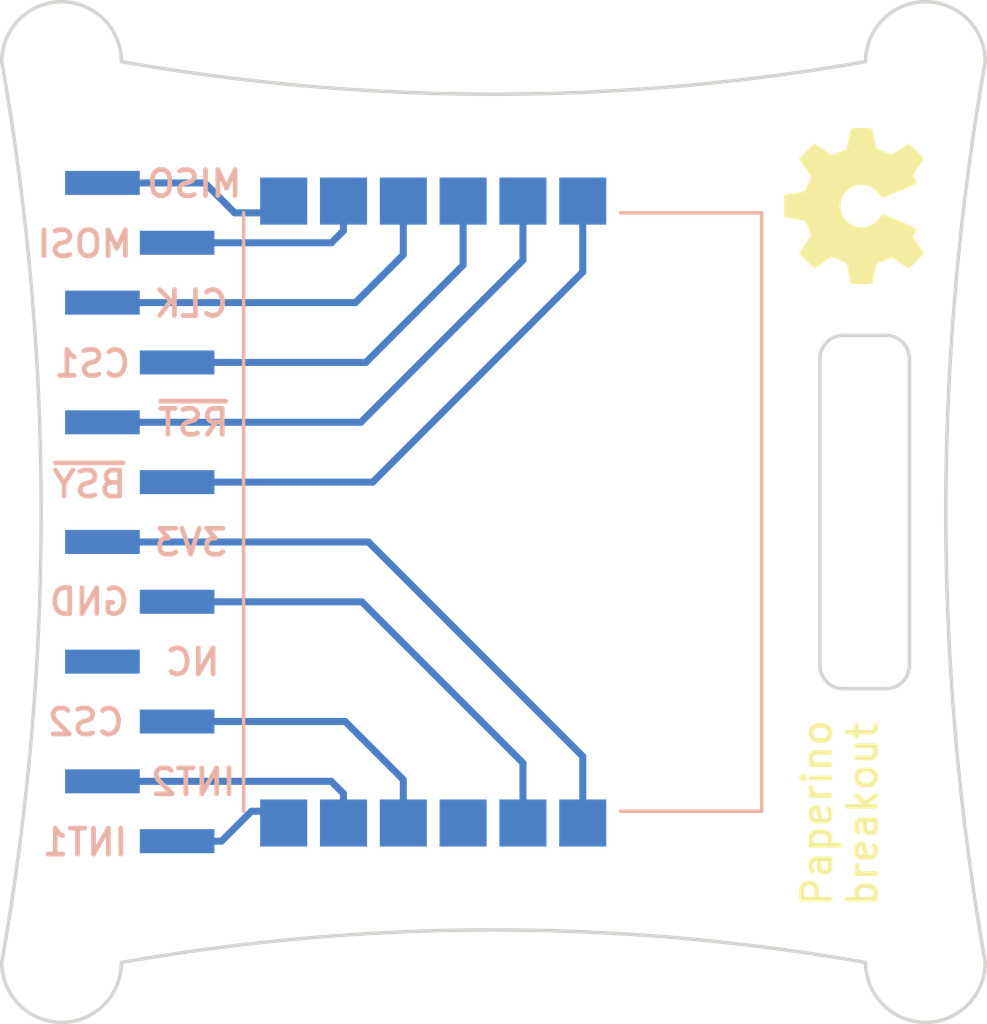
<source format=kicad_pcb>

(kicad_pcb
  (version 20171130)
  (host pcbnew "(5.1.12)-1")
  (general
    (thickness 1.6)
    (drawings 42)
    (tracks 33)
    (zones 0)
    (modules 7)
    (nets 14))
  (page A4)
  (layers
    (0 F.Cu signal)
    (31 B.Cu signal)
    (32 B.Adhes user)
    (33 F.Adhes user)
    (34 B.Paste user)
    (35 F.Paste user)
    (36 B.SilkS user)
    (37 F.SilkS user)
    (38 B.Mask user)
    (39 F.Mask user)
    (40 Dwgs.User user)
    (41 Cmts.User user)
    (42 Eco1.User user)
    (43 Eco2.User user)
    (44 Edge.Cuts user)
    (45 Margin user)
    (46 B.CrtYd user)
    (47 F.CrtYd user)
    (48 B.Fab user)
    (49 F.Fab user))
  (setup
    (last_trace_width 0.3)
    (trace_clearance 0.15)
    (zone_clearance 0.508)
    (zone_45_only no)
    (trace_min 0.2)
    (via_size 0.6)
    (via_drill 0.4)
    (via_min_size 0.4)
    (via_min_drill 0.3)
    (uvia_size 0.3)
    (uvia_drill 0.1)
    (uvias_allowed no)
    (uvia_min_size 0.2)
    (uvia_min_drill 0.1)
    (edge_width 0.15)
    (segment_width 0.15)
    (pcb_text_width 0.3)
    (pcb_text_size 1.5 1.5)
    (mod_edge_width 0.15)
    (mod_text_size 1 1)
    (mod_text_width 0.15)
    (pad_size 1.524 1.524)
    (pad_drill 0.762)
    (pad_to_mask_clearance 0.2)
    (aux_axis_origin 0 0)
    (visible_elements 7FFFFFFF)
    (pcbplotparams
      (layerselection 0x00030_80000001)
      (usegerberextensions false)
      (usegerberattributes true)
      (usegerberadvancedattributes true)
      (creategerberjobfile true)
      (excludeedgelayer true)
      (linewidth 0.1)
      (plotframeref false)
      (viasonmask false)
      (mode 1)
      (useauxorigin false)
      (hpglpennumber 1)
      (hpglpenspeed 20)
      (hpglpendiameter 15.0)
      (psnegative false)
      (psa4output false)
      (plotreference true)
      (plotvalue true)
      (plotinvisibletext false)
      (padsonsilk false)
      (subtractmaskfromsilk false)
      (outputformat 1)
      (mirror false)
      (drillshape 1)
      (scaleselection 1)
      (outputdirectory "")))
  (net 0 "")
  (net 1 "Net-(A1-Pad3)")
  (net 2 "Net-(X1-Pad4)")
  (net 3 +3V3)
  (net 4 /MISO)
  (net 5 GND)
  (net 6 /CS2)
  (net 7 /INT2)
  (net 8 /INT1)
  (net 9 /MOSI)
  (net 10 /CLK)
  (net 11 /CS1)
  (net 12 /~RST)
  (net 13 /~BSY)
  (net_class Default "This is the default net class."
    (clearance 0.15)
    (trace_width 0.3)
    (via_dia 0.6)
    (via_drill 0.4)
    (uvia_dia 0.3)
    (uvia_drill 0.1)
    (add_net +3V3)
    (add_net /CLK)
    (add_net /CS1)
    (add_net /CS2)
    (add_net /INT1)
    (add_net /INT2)
    (add_net /MISO)
    (add_net /MOSI)
    (add_net /~BSY)
    (add_net /~RST)
    (add_net GND)
    (add_net "Net-(A1-Pad3)")
    (add_net "Net-(X1-Pad4)"))
  (module Paperino:paperino_module
    (layer B.Cu)
    (tedit 58E5DB08)
    (tstamp 58E4EAD0)
    (at 118.73 80.88 90)
    (path /58E4DACE)
    (fp_text reference A1
      (at -11.1 12.35 90)
      (layer B.SilkS) hide
      (effects
        (font
          (size 1 1)
          (thickness 0.15))
        (justify mirror)))
    (fp_text value paperino_module
      (at -6.4 -13.5 90)
      (layer B.Fab) hide
      (effects
        (font
          (size 1 1)
          (thickness 0.15))
        (justify mirror)))
    (fp_line
      (start -12.7 11)
      (end 12.7 11)
      (layer B.SilkS)
      (width 0.15))
    (fp_line
      (start -12.7 -11)
      (end 12.7 -11)
      (layer B.SilkS)
      (width 0.15))
    (fp_line
      (start -12.7 11)
      (end -12.7 5)
      (layer B.SilkS)
      (width 0.15))
    (fp_line
      (start 12.7 5)
      (end 12.7 11)
      (layer B.SilkS)
      (width 0.15))
    (pad 1 smd rect
      (at -12.7 3.4 90)
      (size 2 2)
      (drill
        (offset -0.5 0))
      (layers B.Cu B.Paste B.Mask)
      (net 3 +3V3))
    (pad 7 smd rect
      (at 12.7 -9.3 90)
      (size 2 2)
      (drill
        (offset 0.5 0))
      (layers B.Cu B.Paste B.Mask)
      (net 4 /MISO))
    (pad 2 smd rect
      (at -12.7 0.86 90)
      (size 2 2)
      (drill
        (offset -0.5 0))
      (layers B.Cu B.Paste B.Mask)
      (net 5 GND))
    (pad 3 smd rect
      (at -12.7 -1.68 90)
      (size 2 2)
      (drill
        (offset -0.5 0))
      (layers B.Cu B.Paste B.Mask)
      (net 1 "Net-(A1-Pad3)"))
    (pad 4 smd rect
      (at -12.7 -4.22 90)
      (size 2 2)
      (drill
        (offset -0.5 0))
      (layers B.Cu B.Paste B.Mask)
      (net 6 /CS2))
    (pad 5 smd rect
      (at -12.7 -6.76 90)
      (size 2 2)
      (drill
        (offset -0.5 0))
      (layers B.Cu B.Paste B.Mask)
      (net 7 /INT2))
    (pad 6 smd rect
      (at -12.7 -9.3 90)
      (size 2 2)
      (drill
        (offset -0.5 0))
      (layers B.Cu B.Paste B.Mask)
      (net 8 /INT1))
    (pad 8 smd rect
      (at 12.7 -6.76 90)
      (size 2 2)
      (drill
        (offset 0.5 0))
      (layers B.Cu B.Paste B.Mask)
      (net 9 /MOSI))
    (pad 9 smd rect
      (at 12.7 -4.22 90)
      (size 2 2)
      (drill
        (offset 0.5 0))
      (layers B.Cu B.Paste B.Mask)
      (net 10 /CLK))
    (pad 10 smd rect
      (at 12.7 -1.68 90)
      (size 2 2)
      (drill
        (offset 0.5 0))
      (layers B.Cu B.Paste B.Mask)
      (net 11 /CS1))
    (pad 11 smd rect
      (at 12.7 0.86 90)
      (size 2 2)
      (drill
        (offset 0.5 0))
      (layers B.Cu B.Paste B.Mask)
      (net 12 /~RST))
    (pad 12 smd rect
      (at 12.7 3.4 90)
      (size 2 2)
      (drill
        (offset 0.5 0))
      (layers B.Cu B.Paste B.Mask)
      (net 13 /~BSY)))
  (module Paperino:mounting_hole_1.5 locked
    (layer F.Cu)
    (tedit 58D4C3AF)
    (tstamp 58E4EAD5)
    (at 100 100)
    (path /58E4DB75)
    (fp_text reference M1
      (at -1.0541 -2.0955)
      (layer F.SilkS) hide
      (effects
        (font
          (size 1 1)
          (thickness 0.15))))
    (fp_text value Mounting_hole
      (at 0 1.7653)
      (layer F.Fab) hide
      (effects
        (font
          (size 1 1)
          (thickness 0.15))))
    (pad "" np_thru_hole circle
      (at 0 0)
      (size 1.5 1.5)
      (drill 1.5)
      (layers *.Cu *.Mask)))
  (module Paperino:mounting_hole_1.5 locked
    (layer F.Cu)
    (tedit 58D4C3AF)
    (tstamp 58E4EADA)
    (at 136.68 100)
    (path /58E4DC10)
    (fp_text reference M2
      (at -1.0541 -2.0955)
      (layer F.SilkS) hide
      (effects
        (font
          (size 1 1)
          (thickness 0.15))))
    (fp_text value Mounting_hole
      (at 0 1.7653)
      (layer F.Fab) hide
      (effects
        (font
          (size 1 1)
          (thickness 0.15))))
    (pad "" np_thru_hole circle
      (at 0 0)
      (size 1.5 1.5)
      (drill 1.5)
      (layers *.Cu *.Mask)))
  (module Paperino:mounting_hole_1.5 locked
    (layer F.Cu)
    (tedit 58D4C3AF)
    (tstamp 58E4EADF)
    (at 100 61.76)
    (path /58E4DC2F)
    (fp_text reference M3
      (at -1.0541 -2.0955)
      (layer F.SilkS) hide
      (effects
        (font
          (size 1 1)
          (thickness 0.15))))
    (fp_text value Mounting_hole
      (at 0 1.7653)
      (layer F.Fab) hide
      (effects
        (font
          (size 1 1)
          (thickness 0.15))))
    (pad "" np_thru_hole circle
      (at 0 0)
      (size 1.5 1.5)
      (drill 1.5)
      (layers *.Cu *.Mask)))
  (module Paperino:mounting_hole_1.5 locked
    (layer F.Cu)
    (tedit 58D4C3AF)
    (tstamp 58E4EAE4)
    (at 136.68 61.76)
    (path /58E4DC51)
    (fp_text reference M4
      (at -1.0541 -2.0955)
      (layer F.SilkS) hide
      (effects
        (font
          (size 1 1)
          (thickness 0.15))))
    (fp_text value Mounting_hole
      (at 0 1.7653)
      (layer F.Fab) hide
      (effects
        (font
          (size 1 1)
          (thickness 0.15))))
    (pad "" np_thru_hole circle
      (at 0 0)
      (size 1.5 1.5)
      (drill 1.5)
      (layers *.Cu *.Mask)))
  (module Paperino:header_1x12_SMT
    (layer B.Cu)
    (tedit 58E5DB04)
    (tstamp 58E4EAF4)
    (at 103.32 80.88 90)
    (path /58E4E002)
    (fp_text reference X1
      (at 0 4.91 90)
      (layer B.SilkS) hide
      (effects
        (font
          (size 1 1)
          (thickness 0.15))
        (justify mirror)))
    (fp_text value CONN_01X12
      (at 0 -5.59 90)
      (layer B.Fab) hide
      (effects
        (font
          (size 1 1)
          (thickness 0.15))
        (justify mirror)))
    (pad 1 smd rect
      (at -13.97 1.5848 90)
      (size 1.02 3.17)
      (layers B.Cu B.Paste B.Mask)
      (net 8 /INT1))
    (pad 3 smd rect
      (at -8.89 1.5848 90)
      (size 1.02 3.17)
      (layers B.Cu B.Paste B.Mask)
      (net 6 /CS2))
    (pad 5 smd rect
      (at -3.81 1.5848 90)
      (size 1.02 3.17)
      (layers B.Cu B.Paste B.Mask)
      (net 5 GND))
    (pad 7 smd rect
      (at 1.27 1.5848 90)
      (size 1.02 3.17)
      (layers B.Cu B.Paste B.Mask)
      (net 13 /~BSY))
    (pad 9 smd rect
      (at 6.35 1.5848 90)
      (size 1.02 3.17)
      (layers B.Cu B.Paste B.Mask)
      (net 11 /CS1))
    (pad 11 smd rect
      (at 11.43 1.5848 90)
      (size 1.02 3.17)
      (layers B.Cu B.Paste B.Mask)
      (net 9 /MOSI))
    (pad 2 smd rect
      (at -11.43 -1.5852 90)
      (size 1.02 3.17)
      (layers B.Cu B.Paste B.Mask)
      (net 7 /INT2))
    (pad 4 smd rect
      (at -6.35 -1.5852 90)
      (size 1.02 3.17)
      (layers B.Cu B.Paste B.Mask)
      (net 2 "Net-(X1-Pad4)"))
    (pad 6 smd rect
      (at -1.27 -1.5852 90)
      (size 1.02 3.17)
      (layers B.Cu B.Paste B.Mask)
      (net 3 +3V3))
    (pad 8 smd rect
      (at 3.81 -1.5852 90)
      (size 1.02 3.17)
      (layers B.Cu B.Paste B.Mask)
      (net 12 /~RST))
    (pad 10 smd rect
      (at 8.89 -1.5852 90)
      (size 1.02 3.17)
      (layers B.Cu B.Paste B.Mask)
      (net 10 /CLK))
    (pad 12 smd rect
      (at 13.97 -1.5852 90)
      (size 1.02 3.17)
      (layers B.Cu B.Paste B.Mask)
      (net 4 /MISO)))
  (module Symbols:OSHW-Symbol_6.7x6mm_SilkScreen
    (layer F.Cu)
    (tedit 0)
    (tstamp 58E73F44)
    (at 133.66 67.9 90)
    (descr "Open Source Hardware Symbol")
    (tags "Logo Symbol OSHW")
    (attr virtual)
    (fp_text reference REF***
      (at 0 0 90)
      (layer F.SilkS) hide
      (effects
        (font
          (size 1 1)
          (thickness 0.15))))
    (fp_text value OSHW-Symbol_6.7x6mm_SilkScreen
      (at 0.75 0 90)
      (layer F.Fab) hide
      (effects
        (font
          (size 1 1)
          (thickness 0.15))))
    (fp_poly
      (pts
        (xy 0.555814 -2.531069)
        (xy 0.639635 -2.086445)
        (xy 0.94892 -1.958947)
        (xy 1.258206 -1.831449)
        (xy 1.629246 -2.083754)
        (xy 1.733157 -2.154004)
        (xy 1.827087 -2.216728)
        (xy 1.906652 -2.269062)
        (xy 1.96747 -2.308143)
        (xy 2.005157 -2.331107)
        (xy 2.015421 -2.336058)
        (xy 2.03391 -2.323324)
        (xy 2.07342 -2.288118)
        (xy 2.129522 -2.234938)
        (xy 2.197787 -2.168282)
        (xy 2.273786 -2.092646)
        (xy 2.353092 -2.012528)
        (xy 2.431275 -1.932426)
        (xy 2.503907 -1.856836)
        (xy 2.566559 -1.790255)
        (xy 2.614803 -1.737182)
        (xy 2.64421 -1.702113)
        (xy 2.651241 -1.690377)
        (xy 2.641123 -1.66874)
        (xy 2.612759 -1.621338)
        (xy 2.569129 -1.552807)
        (xy 2.513218 -1.467785)
        (xy 2.448006 -1.370907)
        (xy 2.410219 -1.31565)
        (xy 2.341343 -1.214752)
        (xy 2.28014 -1.123701)
        (xy 2.229578 -1.04703)
        (xy 2.192628 -0.989272)
        (xy 2.172258 -0.954957)
        (xy 2.169197 -0.947746)
        (xy 2.176136 -0.927252)
        (xy 2.195051 -0.879487)
        (xy 2.223087 -0.811168)
        (xy 2.257391 -0.729011)
        (xy 2.295109 -0.63973)
        (xy 2.333387 -0.550042)
        (xy 2.36937 -0.466662)
        (xy 2.400206 -0.396306)
        (xy 2.423039 -0.34569)
        (xy 2.435017 -0.321529)
        (xy 2.435724 -0.320578)
        (xy 2.454531 -0.315964)
        (xy 2.504618 -0.305672)
        (xy 2.580793 -0.290713)
        (xy 2.677865 -0.272099)
        (xy 2.790643 -0.250841)
        (xy 2.856442 -0.238582)
        (xy 2.97695 -0.215638)
        (xy 3.085797 -0.193805)
        (xy 3.177476 -0.174278)
        (xy 3.246481 -0.158252)
        (xy 3.287304 -0.146921)
        (xy 3.295511 -0.143326)
        (xy 3.303548 -0.118994)
        (xy 3.310033 -0.064041)
        (xy 3.31497 0.015108)
        (xy 3.318364 0.112026)
        (xy 3.320218 0.220287)
        (xy 3.320538 0.333465)
        (xy 3.319327 0.445135)
        (xy 3.31659 0.548868)
        (xy 3.312331 0.638241)
        (xy 3.306555 0.706826)
        (xy 3.299267 0.748197)
        (xy 3.294895 0.75681)
        (xy 3.268764 0.767133)
        (xy 3.213393 0.781892)
        (xy 3.136107 0.799352)
        (xy 3.04423 0.81778)
        (xy 3.012158 0.823741)
        (xy 2.857524 0.852066)
        (xy 2.735375 0.874876)
        (xy 2.641673 0.89308)
        (xy 2.572384 0.907583)
        (xy 2.523471 0.919292)
        (xy 2.490897 0.929115)
        (xy 2.470628 0.937956)
        (xy 2.458626 0.946724)
        (xy 2.456947 0.948457)
        (xy 2.440184 0.976371)
        (xy 2.414614 1.030695)
        (xy 2.382788 1.104777)
        (xy 2.34726 1.191965)
        (xy 2.310583 1.285608)
        (xy 2.275311 1.379052)
        (xy 2.243996 1.465647)
        (xy 2.219193 1.53874)
        (xy 2.203454 1.591678)
        (xy 2.199332 1.617811)
        (xy 2.199676 1.618726)
        (xy 2.213641 1.640086)
        (xy 2.245322 1.687084)
        (xy 2.291391 1.754827)
        (xy 2.348518 1.838423)
        (xy 2.413373 1.932982)
        (xy 2.431843 1.959854)
        (xy 2.497699 2.057275)
        (xy 2.55565 2.146163)
        (xy 2.602538 2.221412)
        (xy 2.635207 2.27792)
        (xy 2.6505 2.310581)
        (xy 2.651241 2.314593)
        (xy 2.638392 2.335684)
        (xy 2.602888 2.377464)
        (xy 2.549293 2.435445)
        (xy 2.482171 2.505135)
        (xy 2.406087 2.582045)
        (xy 2.325604 2.661683)
        (xy 2.245287 2.739561)
        (xy 2.169699 2.811186)
        (xy 2.103405 2.87207)
        (xy 2.050969 2.917721)
        (xy 2.016955 2.94365)
        (xy 2.007545 2.947883)
        (xy 1.985643 2.937912)
        (xy 1.9408 2.91102)
        (xy 1.880321 2.871736)
        (xy 1.833789 2.840117)
        (xy 1.749475 2.782098)
        (xy 1.649626 2.713784)
        (xy 1.549473 2.645579)
        (xy 1.495627 2.609075)
        (xy 1.313371 2.4858)
        (xy 1.160381 2.56852)
        (xy 1.090682 2.604759)
        (xy 1.031414 2.632926)
        (xy 0.991311 2.648991)
        (xy 0.981103 2.651226)
        (xy 0.968829 2.634722)
        (xy 0.944613 2.588082)
        (xy 0.910263 2.515609)
        (xy 0.867588 2.421606)
        (xy 0.818394 2.310374)
        (xy 0.76449 2.186215)
        (xy 0.707684 2.053432)
        (xy 0.649782 1.916327)
        (xy 0.592593 1.779202)
        (xy 0.537924 1.646358)
        (xy 0.487584 1.522098)
        (xy 0.44338 1.410725)
        (xy 0.407119 1.316539)
        (xy 0.380609 1.243844)
        (xy 0.365658 1.196941)
        (xy 0.363254 1.180833)
        (xy 0.382311 1.160286)
        (xy 0.424036 1.126933)
        (xy 0.479706 1.087702)
        (xy 0.484378 1.084599)
        (xy 0.628264 0.969423)
        (xy 0.744283 0.835053)
        (xy 0.83143 0.685784)
        (xy 0.888699 0.525913)
        (xy 0.915086 0.359737)
        (xy 0.909585 0.191552)
        (xy 0.87119 0.025655)
        (xy 0.798895 -0.133658)
        (xy 0.777626 -0.168513)
        (xy 0.666996 -0.309263)
        (xy 0.536302 -0.422286)
        (xy 0.390064 -0.506997)
        (xy 0.232808 -0.562806)
        (xy 0.069057 -0.589126)
        (xy -0.096667 -0.58537)
        (xy -0.259838 -0.55095)
        (xy -0.415935 -0.485277)
        (xy -0.560433 -0.387765)
        (xy -0.605131 -0.348187)
        (xy -0.718888 -0.224297)
        (xy -0.801782 -0.093876)
        (xy -0.858644 0.052315)
        (xy -0.890313 0.197088)
        (xy -0.898131 0.35986)
        (xy -0.872062 0.52344)
        (xy -0.814755 0.682298)
        (xy -0.728856 0.830906)
        (xy -0.617014 0.963735)
        (xy -0.481877 1.075256)
        (xy -0.464117 1.087011)
        (xy -0.40785 1.125508)
        (xy -0.365077 1.158863)
        (xy -0.344628 1.18016)
        (xy -0.344331 1.180833)
        (xy -0.348721 1.203871)
        (xy -0.366124 1.256157)
        (xy -0.394732 1.33339)
        (xy -0.432735 1.431268)
        (xy -0.478326 1.545491)
        (xy -0.529697 1.671758)
        (xy -0.585038 1.805767)
        (xy -0.642542 1.943218)
        (xy -0.700399 2.079808)
        (xy -0.756802 2.211237)
        (xy -0.809942 2.333205)
        (xy -0.85801 2.441409)
        (xy -0.899199 2.531549)
        (xy -0.931699 2.599323)
        (xy -0.953703 2.64043)
        (xy -0.962564 2.651226)
        (xy -0.98964 2.642819)
        (xy -1.040303 2.620272)
        (xy -1.105817 2.587613)
        (xy -1.141841 2.56852)
        (xy -1.294832 2.4858)
        (xy -1.477088 2.609075)
        (xy -1.570125 2.672228)
        (xy -1.671985 2.741727)
        (xy -1.767438 2.807165)
        (xy -1.81525 2.840117)
        (xy -1.882495 2.885273)
        (xy -1.939436 2.921057)
        (xy -1.978646 2.942938)
        (xy -1.991381 2.947563)
        (xy -2.009917 2.935085)
        (xy -2.050941 2.900252)
        (xy -2.110475 2.846678)
        (xy -2.184542 2.777983)
        (xy -2.269165 2.697781)
        (xy -2.322685 2.646286)
        (xy -2.416319 2.554286)
        (xy -2.497241 2.471999)
        (xy -2.562177 2.402945)
        (xy -2.607858 2.350644)
        (xy -2.631011 2.318616)
        (xy -2.633232 2.312116)
        (xy -2.622924 2.287394)
        (xy -2.594439 2.237405)
        (xy -2.550937 2.167212)
        (xy -2.495577 2.081875)
        (xy -2.43152 1.986456)
        (xy -2.413303 1.959854)
        (xy -2.346927 1.863167)
        (xy -2.287378 1.776117)
        (xy -2.237984 1.703595)
        (xy -2.202075 1.650493)
        (xy -2.182981 1.621703)
        (xy -2.181136 1.618726)
        (xy -2.183895 1.595782)
        (xy -2.198538 1.545336)
        (xy -2.222513 1.474041)
        (xy -2.253266 1.388547)
        (xy -2.288244 1.295507)
        (xy -2.324893 1.201574)
        (xy -2.360661 1.113399)
        (xy -2.392994 1.037634)
        (xy -2.419338 0.980931)
        (xy -2.437142 0.949943)
        (xy -2.438407 0.948457)
        (xy -2.449294 0.939601)
        (xy -2.467682 0.930843)
        (xy -2.497606 0.921277)
        (xy -2.543103 0.909996)
        (xy -2.608209 0.896093)
        (xy -2.696961 0.878663)
        (xy -2.813393 0.856798)
        (xy -2.961542 0.829591)
        (xy -2.993618 0.823741)
        (xy -3.088686 0.805374)
        (xy -3.171565 0.787405)
        (xy -3.23493 0.771569)
        (xy -3.271458 0.7596)
        (xy -3.276356 0.75681)
        (xy -3.284427 0.732072)
        (xy -3.290987 0.67679)
        (xy -3.296033 0.597389)
        (xy -3.299559 0.500296)
        (xy -3.301561 0.391938)
        (xy -3.302036 0.27874)
        (xy -3.300977 0.167128)
        (xy -3.298382 0.063529)
        (xy -3.294246 -0.025632)
        (xy -3.288563 -0.093928)
        (xy -3.281331 -0.134934)
        (xy -3.276971 -0.143326)
        (xy -3.252698 -0.151792)
        (xy -3.197426 -0.165565)
        (xy -3.116662 -0.18345)
        (xy -3.015912 -0.204252)
        (xy -2.900683 -0.226777)
        (xy -2.837902 -0.238582)
        (xy -2.718787 -0.260849)
        (xy -2.612565 -0.281021)
        (xy -2.524427 -0.298085)
        (xy -2.459566 -0.311031)
        (xy -2.423174 -0.318845)
        (xy -2.417184 -0.320578)
        (xy -2.407061 -0.34011)
        (xy -2.385662 -0.387157)
        (xy -2.355839 -0.454997)
        (xy -2.320445 -0.536909)
        (xy -2.282332 -0.626172)
        (xy -2.244353 -0.716065)
        (xy -2.20936 -0.799865)
        (xy -2.180206 -0.870853)
        (xy -2.159743 -0.922306)
        (xy -2.150823 -0.947503)
        (xy -2.150657 -0.948604)
        (xy -2.160769 -0.968481)
        (xy -2.189117 -1.014223)
        (xy -2.232723 -1.081283)
        (xy -2.288606 -1.165116)
        (xy -2.353787 -1.261174)
        (xy -2.391679 -1.31635)
        (xy -2.460725 -1.417519)
        (xy -2.52205 -1.50937)
        (xy -2.572663 -1.587256)
        (xy -2.609571 -1.646531)
        (xy -2.629782 -1.682549)
        (xy -2.632701 -1.690623)
        (xy -2.620153 -1.709416)
        (xy -2.585463 -1.749543)
        (xy -2.533063 -1.806507)
        (xy -2.467384 -1.875815)
        (xy -2.392856 -1.952969)
        (xy -2.313913 -2.033475)
        (xy -2.234983 -2.112837)
        (xy -2.1605 -2.18656)
        (xy -2.094894 -2.250148)
        (xy -2.042596 -2.299106)
        (xy -2.008039 -2.328939)
        (xy -1.996478 -2.336058)
        (xy -1.977654 -2.326047)
        (xy -1.932631 -2.297922)
        (xy -1.865787 -2.254546)
        (xy -1.781499 -2.198782)
        (xy -1.684144 -2.133494)
        (xy -1.610707 -2.083754)
        (xy -1.239667 -1.831449)
        (xy -0.621095 -2.086445)
        (xy -0.537275 -2.531069)
        (xy -0.453454 -2.975693)
        (xy 0.471994 -2.975693)
        (xy 0.555814 -2.531069))
      (layer F.SilkS)
      (width 0.01)))
  (gr_text "Paperino\nbreakout"
    (at 133.05 97.73 90)
    (layer F.SilkS)
    (effects
      (font
        (size 1.2 1.2)
        (thickness 0.2))
      (justify left)))
  (gr_text MISO
    (at 105.64 66.95)
    (layer B.SilkS)
    (tstamp 58E7383A)
    (effects
      (font
        (size 1.1 1.1)
        (thickness 0.2))
      (justify mirror)))
  (gr_text MOSI
    (at 100.98 69.5)
    (layer B.SilkS)
    (tstamp 58E7382E)
    (effects
      (font
        (size 1.1 1.1)
        (thickness 0.2))
      (justify mirror)))
  (gr_text CLK
    (at 105.5 72.04)
    (layer B.SilkS)
    (tstamp inf)
    (effects
      (font
        (size 1.1 1.1)
        (thickness 0.2))
      (justify mirror)))
  (gr_text CS1
    (at 101.3 74.58)
    (layer B.SilkS)
    (tstamp inf)
    (effects
      (font
        (size 1.1 1.1)
        (thickness 0.2))
      (justify mirror)))
  (gr_text ~RST
    (at 105.59 77.08)
    (layer B.SilkS)
    (tstamp 58E737FB)
    (effects
      (font
        (size 1.1 1.1)
        (thickness 0.2))
      (justify mirror)))
  (gr_text ~BSY
    (at 101.18 79.7)
    (layer B.SilkS)
    (tstamp 58E737ED)
    (effects
      (font
        (size 1.1 1.1)
        (thickness 0.2))
      (justify mirror)))
  (gr_text 3V3
    (at 105.48 82.17)
    (layer B.SilkS)
    (tstamp 58E737D5)
    (effects
      (font
        (size 1.1 1.1)
        (thickness 0.2))
      (justify mirror)))
  (gr_text GND
    (at 101.18 84.69)
    (layer B.SilkS)
    (tstamp 58E737A7)
    (effects
      (font
        (size 1.1 1.1)
        (thickness 0.2))
      (justify mirror)))
  (gr_text NC
    (at 105.57 87.25)
    (layer B.SilkS)
    (tstamp 58E7379C)
    (effects
      (font
        (size 1.1 1.1)
        (thickness 0.2))
      (justify mirror)))
  (gr_text CS2
    (at 101.03 89.8)
    (layer B.SilkS)
    (tstamp 58E7378C)
    (effects
      (font
        (size 1.1 1.1)
        (thickness 0.2))
      (justify mirror)))
  (gr_text INT2
    (at 105.59 92.34)
    (layer B.SilkS)
    (tstamp 58E7374D)
    (effects
      (font
        (size 1.1 1.1)
        (thickness 0.2))
      (justify mirror)))
  (gr_text INT1
    (at 100.99 94.9)
    (layer B.SilkS)
    (effects
      (font
        (size 1.1 1.1)
        (thickness 0.2))
      (justify mirror)))
  (gr_text "z-axis milling\ntop side\n-0,8 mm"
    (at 117.33 80.85)
    (layer Eco1.User)
    (effects
      (font
        (size 1.5 1.5)
        (thickness 0.3))))
  (gr_line
    (start 104.4 66.6)
    (end 104.4 95.16)
    (layer Eco1.User)
    (width 0.15))
  (gr_line
    (start 126.92 65.6)
    (end 105.4 65.6)
    (layer Eco1.User)
    (width 0.15)
    (tstamp 58E5EC77))
  (gr_line
    (start 126.92 96.16)
    (end 105.4 96.16)
    (layer Eco1.User)
    (width 0.15))
  (gr_line
    (start 127.92 73.38)
    (end 127.92 66.6)
    (layer Eco1.User)
    (width 0.15)
    (tstamp 58E5EB7E))
  (gr_line
    (start 127.92 88.38)
    (end 127.92 95.16)
    (layer Eco1.User)
    (width 0.15))
  (gr_line
    (start 133.7 73.38)
    (end 127.92 73.38)
    (layer Eco1.User)
    (width 0.15)
    (tstamp 58E5EAFE))
  (gr_line
    (start 133.7 88.38)
    (end 127.92 88.38)
    (layer Eco1.User)
    (width 0.15))
  (gr_line
    (start 133.7 73.38)
    (end 133.7 88.38)
    (layer Eco1.User)
    (width 0.15))
  (gr_line
    (start 133.2 88.38)
    (end 135 88.38)
    (layer Edge.Cuts)
    (width 0.15)
    (tstamp 58E5E8A6))
  (gr_line
    (start 133.2 73.38)
    (end 135 73.38)
    (layer Edge.Cuts)
    (width 0.15))
  (gr_line
    (start 132.2 87.38)
    (end 132.2 74.38)
    (layer Edge.Cuts)
    (width 0.15)
    (tstamp 58E5E6D9))
  (gr_line
    (start 136 87.38)
    (end 136 74.38)
    (layer Edge.Cuts)
    (width 0.15))
  (gr_arc
    (start 105.4 66.6)
    (end 104.4 66.6)
    (angle 90)
    (layer Eco1.User)
    (width 0.15)
    (tstamp 58E5ECE9))
  (gr_arc
    (start 105.4 95.16)
    (end 105.4 96.16)
    (angle 90)
    (layer Eco1.User)
    (width 0.15)
    (tstamp 58E5ECD0))
  (gr_arc
    (start 126.92 66.6)
    (end 127.92 66.6)
    (angle -90)
    (layer Eco1.User)
    (width 0.15)
    (tstamp 58E5EBE2))
  (gr_arc
    (start 126.92 95.16)
    (end 127.92 95.16)
    (angle 90)
    (layer Eco1.User)
    (width 0.15))
  (gr_arc
    (start 135 87.38)
    (end 136 87.38)
    (angle 90)
    (layer Edge.Cuts)
    (width 0.15)
    (tstamp 58E5E889))
  (gr_arc
    (start 133.2 87.38)
    (end 133.2 88.38)
    (angle 90)
    (layer Edge.Cuts)
    (width 0.15)
    (tstamp 58E5E876))
  (gr_arc
    (start 135 74.38)
    (end 135 73.38)
    (angle 90)
    (layer Edge.Cuts)
    (width 0.15)
    (tstamp 58E5E731))
  (gr_arc
    (start 133.2 74.38)
    (end 132.2 74.38)
    (angle 90)
    (layer Edge.Cuts)
    (width 0.15))
  (gr_arc
    (start 247.654994 80.880031)
    (end 139.22 100)
    (angle 19.9999845)
    (layer Edge.Cuts)
    (width 0.15)
    (tstamp 58E5DF08))
  (gr_arc
    (start -10.975 80.88)
    (end 97.46 61.76)
    (angle 20)
    (layer Edge.Cuts)
    (width 0.15))
  (gr_arc
    (start 118.34 -27.845)
    (end 134.14 61.76)
    (angle 20)
    (layer Edge.Cuts)
    (width 0.15)
    (tstamp 58E5DC16))
  (gr_arc
    (start 118.34 189.605)
    (end 102.54 100)
    (angle 20)
    (layer Edge.Cuts)
    (width 0.15))
  (gr_arc
    (start 136.68 61.76)
    (end 134.14 61.76)
    (angle 180)
    (layer Edge.Cuts)
    (width 0.15)
    (tstamp 58E4ECAB))
  (gr_arc
    (start 100 61.76)
    (end 97.46 61.76)
    (angle 180)
    (layer Edge.Cuts)
    (width 0.15)
    (tstamp 58E4EC68))
  (gr_arc
    (start 136.68 100)
    (end 139.22 100)
    (angle 180)
    (layer Edge.Cuts)
    (width 0.15)
    (tstamp 58E4EC44))
  (gr_arc
    (start 100 100)
    (end 102.54 100)
    (angle 180)
    (layer Edge.Cuts)
    (width 0.15))
  (segment
    (start 122.13 91.25)
    (end 113.03 82.15)
    (width 0.3)
    (layer B.Cu)
    (net 3))
  (segment
    (start 113.03 82.15)
    (end 101.7348 82.15)
    (width 0.3)
    (layer B.Cu)
    (net 3))
  (segment
    (start 122.13 93.58)
    (end 122.13 91.25)
    (width 0.3)
    (layer B.Cu)
    (net 3))
  (segment
    (start 107.35 68.18)
    (end 106.08 66.91)
    (width 0.3)
    (layer B.Cu)
    (net 4))
  (segment
    (start 106.08 66.91)
    (end 101.7348 66.91)
    (width 0.3)
    (layer B.Cu)
    (net 4))
  (segment
    (start 109.43 68.18)
    (end 107.35 68.18)
    (width 0.3)
    (layer B.Cu)
    (net 4))
  (segment
    (start 119.59 91.53)
    (end 112.75 84.69)
    (width 0.3)
    (layer B.Cu)
    (net 5))
  (segment
    (start 112.75 84.69)
    (end 104.9048 84.69)
    (width 0.3)
    (layer B.Cu)
    (net 5))
  (segment
    (start 119.59 93.58)
    (end 119.59 91.53)
    (width 0.3)
    (layer B.Cu)
    (net 5))
  (segment
    (start 114.51 92.24)
    (end 112.04 89.77)
    (width 0.3)
    (layer B.Cu)
    (net 6))
  (segment
    (start 112.04 89.77)
    (end 104.9048 89.77)
    (width 0.3)
    (layer B.Cu)
    (net 6))
  (segment
    (start 114.51 93.58)
    (end 114.51 92.24)
    (width 0.3)
    (layer B.Cu)
    (net 6))
  (segment
    (start 111.45 92.31)
    (end 111.97 92.83)
    (width 0.3)
    (layer B.Cu)
    (net 7))
  (segment
    (start 111.97 92.83)
    (end 111.97 93.58)
    (width 0.3)
    (layer B.Cu)
    (net 7))
  (segment
    (start 101.7348 92.31)
    (end 111.45 92.31)
    (width 0.3)
    (layer B.Cu)
    (net 7))
  (segment
    (start 104.9048 94.85)
    (end 106.7898 94.85)
    (width 0.3)
    (layer B.Cu)
    (net 8))
  (segment
    (start 106.7898 94.85)
    (end 108.0598 93.58)
    (width 0.3)
    (layer B.Cu)
    (net 8))
  (segment
    (start 108.0598 93.58)
    (end 109.43 93.58)
    (width 0.3)
    (layer B.Cu)
    (net 8))
  (segment
    (start 111.46 69.45)
    (end 111.97 68.94)
    (width 0.3)
    (layer B.Cu)
    (net 9))
  (segment
    (start 111.97 68.94)
    (end 111.97 68.18)
    (width 0.3)
    (layer B.Cu)
    (net 9))
  (segment
    (start 104.9048 69.45)
    (end 111.46 69.45)
    (width 0.3)
    (layer B.Cu)
    (net 9))
  (segment
    (start 112.48 71.99)
    (end 114.51 69.96)
    (width 0.3)
    (layer B.Cu)
    (net 10))
  (segment
    (start 114.51 69.96)
    (end 114.51 68.18)
    (width 0.3)
    (layer B.Cu)
    (net 10))
  (segment
    (start 101.7348 71.99)
    (end 112.48 71.99)
    (width 0.3)
    (layer B.Cu)
    (net 10))
  (segment
    (start 117.05 70.4)
    (end 112.92 74.53)
    (width 0.3)
    (layer B.Cu)
    (net 11))
  (segment
    (start 112.92 74.53)
    (end 104.9048 74.53)
    (width 0.3)
    (layer B.Cu)
    (net 11))
  (segment
    (start 117.05 68.18)
    (end 117.05 70.4)
    (width 0.3)
    (layer B.Cu)
    (net 11))
  (segment
    (start 112.71 77.07)
    (end 119.59 70.19)
    (width 0.3)
    (layer B.Cu)
    (net 12))
  (segment
    (start 119.59 70.19)
    (end 119.59 68.18)
    (width 0.3)
    (layer B.Cu)
    (net 12))
  (segment
    (start 101.7348 77.07)
    (end 112.71 77.07)
    (width 0.3)
    (layer B.Cu)
    (net 12))
  (segment
    (start 113.21 79.61)
    (end 122.13 70.69)
    (width 0.3)
    (layer B.Cu)
    (net 13))
  (segment
    (start 122.13 70.69)
    (end 122.13 68.18)
    (width 0.3)
    (layer B.Cu)
    (net 13))
  (segment
    (start 104.9048 79.61)
    (end 113.21 79.61)
    (width 0.3)
    (layer B.Cu)
    (net 13)))
</source>
